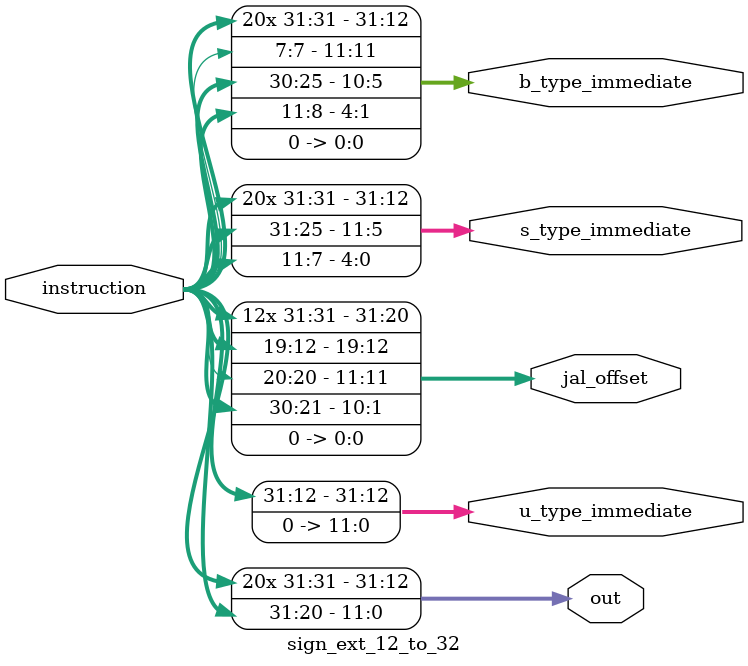
<source format=v>
`timescale 1ns / 1ps

/**
12 to 32 bit sign extender
**/

module sign_ext_12_to_32(
    input [31:0] instruction,
    output [31:0] out, u_type_immediate, jal_offset, s_type_immediate, b_type_immediate
    );
    
    assign b_type_immediate = { {20{instruction[31]}}, instruction[7], instruction[30:25], instruction[11:8], 1'b0 };
    assign jal_offset = { {12{instruction[31]}}, instruction[19:12], instruction[20], instruction[30:21], 1'b0 };
    assign out = {{20{instruction[31]}}, instruction[31:20]};
    assign s_type_immediate = {{20{instruction[31]}}, instruction[31:25], instruction[11:7]};   
    assign u_type_immediate = {instruction[31:12], 12'b0};
    
endmodule

</source>
